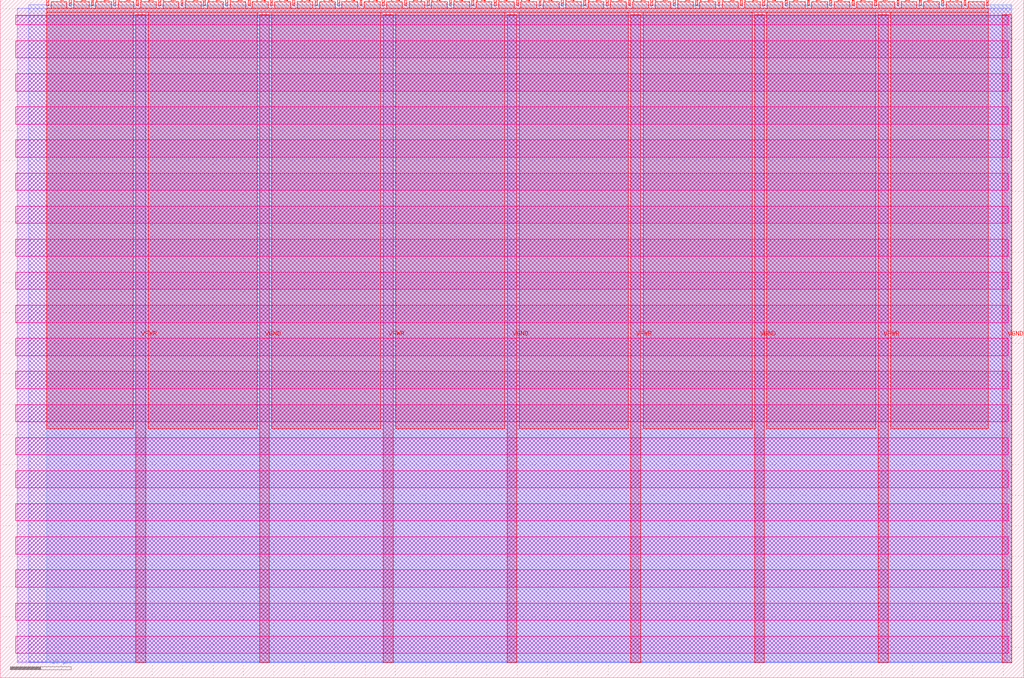
<source format=lef>
VERSION 5.7 ;
  NOWIREEXTENSIONATPIN ON ;
  DIVIDERCHAR "/" ;
  BUSBITCHARS "[]" ;
MACRO tt_um_fir_top
  CLASS BLOCK ;
  FOREIGN tt_um_fir_top ;
  ORIGIN 0.000 0.000 ;
  SIZE 168.360 BY 111.520 ;
  PIN VGND
    DIRECTION INOUT ;
    USE GROUND ;
    PORT
      LAYER met4 ;
        RECT 42.670 2.480 44.270 109.040 ;
    END
    PORT
      LAYER met4 ;
        RECT 83.380 2.480 84.980 109.040 ;
    END
    PORT
      LAYER met4 ;
        RECT 124.090 2.480 125.690 109.040 ;
    END
    PORT
      LAYER met4 ;
        RECT 164.800 2.480 166.400 109.040 ;
    END
  END VGND
  PIN VPWR
    DIRECTION INOUT ;
    USE POWER ;
    PORT
      LAYER met4 ;
        RECT 22.315 2.480 23.915 109.040 ;
    END
    PORT
      LAYER met4 ;
        RECT 63.025 2.480 64.625 109.040 ;
    END
    PORT
      LAYER met4 ;
        RECT 103.735 2.480 105.335 109.040 ;
    END
    PORT
      LAYER met4 ;
        RECT 144.445 2.480 146.045 109.040 ;
    END
  END VPWR
  PIN clk
    DIRECTION INPUT ;
    USE SIGNAL ;
    ANTENNAGATEAREA 0.852000 ;
    PORT
      LAYER met4 ;
        RECT 158.550 110.520 158.850 111.520 ;
    END
  END clk
  PIN ena
    DIRECTION INPUT ;
    USE SIGNAL ;
    ANTENNAGATEAREA 0.213000 ;
    PORT
      LAYER met4 ;
        RECT 162.230 110.520 162.530 111.520 ;
    END
  END ena
  PIN rst_n
    DIRECTION INPUT ;
    USE SIGNAL ;
    ANTENNAGATEAREA 0.213000 ;
    PORT
      LAYER met4 ;
        RECT 154.870 110.520 155.170 111.520 ;
    END
  END rst_n
  PIN ui_in[0]
    DIRECTION INPUT ;
    USE SIGNAL ;
    ANTENNAGATEAREA 0.213000 ;
    PORT
      LAYER met4 ;
        RECT 151.190 110.520 151.490 111.520 ;
    END
  END ui_in[0]
  PIN ui_in[1]
    DIRECTION INPUT ;
    USE SIGNAL ;
    ANTENNAGATEAREA 0.247500 ;
    PORT
      LAYER met4 ;
        RECT 147.510 110.520 147.810 111.520 ;
    END
  END ui_in[1]
  PIN ui_in[2]
    DIRECTION INPUT ;
    USE SIGNAL ;
    ANTENNAGATEAREA 0.213000 ;
    PORT
      LAYER met4 ;
        RECT 143.830 110.520 144.130 111.520 ;
    END
  END ui_in[2]
  PIN ui_in[3]
    DIRECTION INPUT ;
    USE SIGNAL ;
    ANTENNAGATEAREA 0.213000 ;
    PORT
      LAYER met4 ;
        RECT 140.150 110.520 140.450 111.520 ;
    END
  END ui_in[3]
  PIN ui_in[4]
    DIRECTION INPUT ;
    USE SIGNAL ;
    ANTENNAGATEAREA 0.159000 ;
    PORT
      LAYER met4 ;
        RECT 136.470 110.520 136.770 111.520 ;
    END
  END ui_in[4]
  PIN ui_in[5]
    DIRECTION INPUT ;
    USE SIGNAL ;
    ANTENNAGATEAREA 0.159000 ;
    PORT
      LAYER met4 ;
        RECT 132.790 110.520 133.090 111.520 ;
    END
  END ui_in[5]
  PIN ui_in[6]
    DIRECTION INPUT ;
    USE SIGNAL ;
    ANTENNAGATEAREA 0.213000 ;
    PORT
      LAYER met4 ;
        RECT 129.110 110.520 129.410 111.520 ;
    END
  END ui_in[6]
  PIN ui_in[7]
    DIRECTION INPUT ;
    USE SIGNAL ;
    ANTENNAGATEAREA 0.213000 ;
    PORT
      LAYER met4 ;
        RECT 125.430 110.520 125.730 111.520 ;
    END
  END ui_in[7]
  PIN uio_in[0]
    DIRECTION INPUT ;
    USE SIGNAL ;
    ANTENNAGATEAREA 0.196500 ;
    PORT
      LAYER met4 ;
        RECT 121.750 110.520 122.050 111.520 ;
    END
  END uio_in[0]
  PIN uio_in[1]
    DIRECTION INPUT ;
    USE SIGNAL ;
    ANTENNAGATEAREA 0.196500 ;
    PORT
      LAYER met4 ;
        RECT 118.070 110.520 118.370 111.520 ;
    END
  END uio_in[1]
  PIN uio_in[2]
    DIRECTION INPUT ;
    USE SIGNAL ;
    ANTENNAGATEAREA 0.196500 ;
    PORT
      LAYER met4 ;
        RECT 114.390 110.520 114.690 111.520 ;
    END
  END uio_in[2]
  PIN uio_in[3]
    DIRECTION INPUT ;
    USE SIGNAL ;
    ANTENNAGATEAREA 0.196500 ;
    PORT
      LAYER met4 ;
        RECT 110.710 110.520 111.010 111.520 ;
    END
  END uio_in[3]
  PIN uio_in[4]
    DIRECTION INPUT ;
    USE SIGNAL ;
    ANTENNAGATEAREA 0.196500 ;
    PORT
      LAYER met4 ;
        RECT 107.030 110.520 107.330 111.520 ;
    END
  END uio_in[4]
  PIN uio_in[5]
    DIRECTION INPUT ;
    USE SIGNAL ;
    ANTENNAGATEAREA 0.196500 ;
    PORT
      LAYER met4 ;
        RECT 103.350 110.520 103.650 111.520 ;
    END
  END uio_in[5]
  PIN uio_in[6]
    DIRECTION INPUT ;
    USE SIGNAL ;
    ANTENNAGATEAREA 0.196500 ;
    PORT
      LAYER met4 ;
        RECT 99.670 110.520 99.970 111.520 ;
    END
  END uio_in[6]
  PIN uio_in[7]
    DIRECTION INPUT ;
    USE SIGNAL ;
    ANTENNAGATEAREA 0.196500 ;
    PORT
      LAYER met4 ;
        RECT 95.990 110.520 96.290 111.520 ;
    END
  END uio_in[7]
  PIN uio_oe[0]
    DIRECTION OUTPUT TRISTATE ;
    USE SIGNAL ;
    PORT
      LAYER met4 ;
        RECT 33.430 110.520 33.730 111.520 ;
    END
  END uio_oe[0]
  PIN uio_oe[1]
    DIRECTION OUTPUT TRISTATE ;
    USE SIGNAL ;
    PORT
      LAYER met4 ;
        RECT 29.750 110.520 30.050 111.520 ;
    END
  END uio_oe[1]
  PIN uio_oe[2]
    DIRECTION OUTPUT TRISTATE ;
    USE SIGNAL ;
    PORT
      LAYER met4 ;
        RECT 26.070 110.520 26.370 111.520 ;
    END
  END uio_oe[2]
  PIN uio_oe[3]
    DIRECTION OUTPUT TRISTATE ;
    USE SIGNAL ;
    PORT
      LAYER met4 ;
        RECT 22.390 110.520 22.690 111.520 ;
    END
  END uio_oe[3]
  PIN uio_oe[4]
    DIRECTION OUTPUT TRISTATE ;
    USE SIGNAL ;
    PORT
      LAYER met4 ;
        RECT 18.710 110.520 19.010 111.520 ;
    END
  END uio_oe[4]
  PIN uio_oe[5]
    DIRECTION OUTPUT TRISTATE ;
    USE SIGNAL ;
    PORT
      LAYER met4 ;
        RECT 15.030 110.520 15.330 111.520 ;
    END
  END uio_oe[5]
  PIN uio_oe[6]
    DIRECTION OUTPUT TRISTATE ;
    USE SIGNAL ;
    PORT
      LAYER met4 ;
        RECT 11.350 110.520 11.650 111.520 ;
    END
  END uio_oe[6]
  PIN uio_oe[7]
    DIRECTION OUTPUT TRISTATE ;
    USE SIGNAL ;
    PORT
      LAYER met4 ;
        RECT 7.670 110.520 7.970 111.520 ;
    END
  END uio_oe[7]
  PIN uio_out[0]
    DIRECTION OUTPUT TRISTATE ;
    USE SIGNAL ;
    ANTENNAGATEAREA 1.116000 ;
    ANTENNADIFFAREA 1.075200 ;
    PORT
      LAYER met4 ;
        RECT 62.870 110.520 63.170 111.520 ;
    END
  END uio_out[0]
  PIN uio_out[1]
    DIRECTION OUTPUT TRISTATE ;
    USE SIGNAL ;
    ANTENNAGATEAREA 0.994500 ;
    ANTENNADIFFAREA 0.891000 ;
    PORT
      LAYER met4 ;
        RECT 59.190 110.520 59.490 111.520 ;
    END
  END uio_out[1]
  PIN uio_out[2]
    DIRECTION OUTPUT TRISTATE ;
    USE SIGNAL ;
    ANTENNAGATEAREA 0.621000 ;
    ANTENNADIFFAREA 1.075200 ;
    PORT
      LAYER met4 ;
        RECT 55.510 110.520 55.810 111.520 ;
    END
  END uio_out[2]
  PIN uio_out[3]
    DIRECTION OUTPUT TRISTATE ;
    USE SIGNAL ;
    ANTENNAGATEAREA 2.479500 ;
    ANTENNADIFFAREA 1.590400 ;
    PORT
      LAYER met4 ;
        RECT 51.830 110.520 52.130 111.520 ;
    END
  END uio_out[3]
  PIN uio_out[4]
    DIRECTION OUTPUT TRISTATE ;
    USE SIGNAL ;
    ANTENNAGATEAREA 0.247500 ;
    ANTENNADIFFAREA 1.524450 ;
    PORT
      LAYER met4 ;
        RECT 48.150 110.520 48.450 111.520 ;
    END
  END uio_out[4]
  PIN uio_out[5]
    DIRECTION OUTPUT TRISTATE ;
    USE SIGNAL ;
    ANTENNAGATEAREA 0.247500 ;
    ANTENNADIFFAREA 1.524450 ;
    PORT
      LAYER met4 ;
        RECT 44.470 110.520 44.770 111.520 ;
    END
  END uio_out[5]
  PIN uio_out[6]
    DIRECTION OUTPUT TRISTATE ;
    USE SIGNAL ;
    ANTENNAGATEAREA 0.247500 ;
    ANTENNADIFFAREA 1.721000 ;
    PORT
      LAYER met4 ;
        RECT 40.790 110.520 41.090 111.520 ;
    END
  END uio_out[6]
  PIN uio_out[7]
    DIRECTION OUTPUT TRISTATE ;
    USE SIGNAL ;
    ANTENNAGATEAREA 1.620000 ;
    ANTENNADIFFAREA 1.721000 ;
    PORT
      LAYER met4 ;
        RECT 37.110 110.520 37.410 111.520 ;
    END
  END uio_out[7]
  PIN uo_out[0]
    DIRECTION OUTPUT TRISTATE ;
    USE SIGNAL ;
    ANTENNADIFFAREA 0.795200 ;
    PORT
      LAYER met4 ;
        RECT 92.310 110.520 92.610 111.520 ;
    END
  END uo_out[0]
  PIN uo_out[1]
    DIRECTION OUTPUT TRISTATE ;
    USE SIGNAL ;
    ANTENNADIFFAREA 0.445500 ;
    PORT
      LAYER met4 ;
        RECT 88.630 110.520 88.930 111.520 ;
    END
  END uo_out[1]
  PIN uo_out[2]
    DIRECTION OUTPUT TRISTATE ;
    USE SIGNAL ;
    ANTENNADIFFAREA 0.924000 ;
    PORT
      LAYER met4 ;
        RECT 84.950 110.520 85.250 111.520 ;
    END
  END uo_out[2]
  PIN uo_out[3]
    DIRECTION OUTPUT TRISTATE ;
    USE SIGNAL ;
    ANTENNADIFFAREA 0.445500 ;
    PORT
      LAYER met4 ;
        RECT 81.270 110.520 81.570 111.520 ;
    END
  END uo_out[3]
  PIN uo_out[4]
    DIRECTION OUTPUT TRISTATE ;
    USE SIGNAL ;
    ANTENNADIFFAREA 0.924000 ;
    PORT
      LAYER met4 ;
        RECT 77.590 110.520 77.890 111.520 ;
    END
  END uo_out[4]
  PIN uo_out[5]
    DIRECTION OUTPUT TRISTATE ;
    USE SIGNAL ;
    ANTENNADIFFAREA 0.795200 ;
    PORT
      LAYER met4 ;
        RECT 73.910 110.520 74.210 111.520 ;
    END
  END uo_out[5]
  PIN uo_out[6]
    DIRECTION OUTPUT TRISTATE ;
    USE SIGNAL ;
    ANTENNADIFFAREA 0.795200 ;
    PORT
      LAYER met4 ;
        RECT 70.230 110.520 70.530 111.520 ;
    END
  END uo_out[6]
  PIN uo_out[7]
    DIRECTION OUTPUT TRISTATE ;
    USE SIGNAL ;
    PORT
      LAYER met4 ;
        RECT 66.550 110.520 66.850 111.520 ;
    END
  END uo_out[7]
  OBS
      LAYER nwell ;
        RECT 2.570 107.385 165.790 108.990 ;
        RECT 2.570 101.945 165.790 104.775 ;
        RECT 2.570 96.505 165.790 99.335 ;
        RECT 2.570 91.065 165.790 93.895 ;
        RECT 2.570 85.625 165.790 88.455 ;
        RECT 2.570 80.185 165.790 83.015 ;
        RECT 2.570 74.745 165.790 77.575 ;
        RECT 2.570 69.305 165.790 72.135 ;
        RECT 2.570 63.865 165.790 66.695 ;
        RECT 2.570 58.425 165.790 61.255 ;
        RECT 2.570 52.985 165.790 55.815 ;
        RECT 2.570 47.545 165.790 50.375 ;
        RECT 2.570 42.105 165.790 44.935 ;
        RECT 2.570 36.665 165.790 39.495 ;
        RECT 2.570 31.225 165.790 34.055 ;
        RECT 2.570 25.785 165.790 28.615 ;
        RECT 2.570 20.345 165.790 23.175 ;
        RECT 2.570 14.905 165.790 17.735 ;
        RECT 2.570 9.465 165.790 12.295 ;
        RECT 2.570 4.025 165.790 6.855 ;
      LAYER li1 ;
        RECT 2.760 2.635 165.600 108.885 ;
      LAYER met1 ;
        RECT 2.760 2.480 166.400 110.120 ;
      LAYER met2 ;
        RECT 4.700 2.535 166.370 110.685 ;
      LAYER met3 ;
        RECT 7.630 2.555 166.390 110.665 ;
      LAYER met4 ;
        RECT 8.370 110.120 10.950 111.170 ;
        RECT 12.050 110.120 14.630 111.170 ;
        RECT 15.730 110.120 18.310 111.170 ;
        RECT 19.410 110.120 21.990 111.170 ;
        RECT 23.090 110.120 25.670 111.170 ;
        RECT 26.770 110.120 29.350 111.170 ;
        RECT 30.450 110.120 33.030 111.170 ;
        RECT 34.130 110.120 36.710 111.170 ;
        RECT 37.810 110.120 40.390 111.170 ;
        RECT 41.490 110.120 44.070 111.170 ;
        RECT 45.170 110.120 47.750 111.170 ;
        RECT 48.850 110.120 51.430 111.170 ;
        RECT 52.530 110.120 55.110 111.170 ;
        RECT 56.210 110.120 58.790 111.170 ;
        RECT 59.890 110.120 62.470 111.170 ;
        RECT 63.570 110.120 66.150 111.170 ;
        RECT 67.250 110.120 69.830 111.170 ;
        RECT 70.930 110.120 73.510 111.170 ;
        RECT 74.610 110.120 77.190 111.170 ;
        RECT 78.290 110.120 80.870 111.170 ;
        RECT 81.970 110.120 84.550 111.170 ;
        RECT 85.650 110.120 88.230 111.170 ;
        RECT 89.330 110.120 91.910 111.170 ;
        RECT 93.010 110.120 95.590 111.170 ;
        RECT 96.690 110.120 99.270 111.170 ;
        RECT 100.370 110.120 102.950 111.170 ;
        RECT 104.050 110.120 106.630 111.170 ;
        RECT 107.730 110.120 110.310 111.170 ;
        RECT 111.410 110.120 113.990 111.170 ;
        RECT 115.090 110.120 117.670 111.170 ;
        RECT 118.770 110.120 121.350 111.170 ;
        RECT 122.450 110.120 125.030 111.170 ;
        RECT 126.130 110.120 128.710 111.170 ;
        RECT 129.810 110.120 132.390 111.170 ;
        RECT 133.490 110.120 136.070 111.170 ;
        RECT 137.170 110.120 139.750 111.170 ;
        RECT 140.850 110.120 143.430 111.170 ;
        RECT 144.530 110.120 147.110 111.170 ;
        RECT 148.210 110.120 150.790 111.170 ;
        RECT 151.890 110.120 154.470 111.170 ;
        RECT 155.570 110.120 158.150 111.170 ;
        RECT 159.250 110.120 161.830 111.170 ;
        RECT 7.655 109.440 162.545 110.120 ;
        RECT 7.655 40.975 21.915 109.440 ;
        RECT 24.315 40.975 42.270 109.440 ;
        RECT 44.670 40.975 62.625 109.440 ;
        RECT 65.025 40.975 82.980 109.440 ;
        RECT 85.380 40.975 103.335 109.440 ;
        RECT 105.735 40.975 123.690 109.440 ;
        RECT 126.090 40.975 144.045 109.440 ;
        RECT 146.445 40.975 162.545 109.440 ;
  END
END tt_um_fir_top
END LIBRARY


</source>
